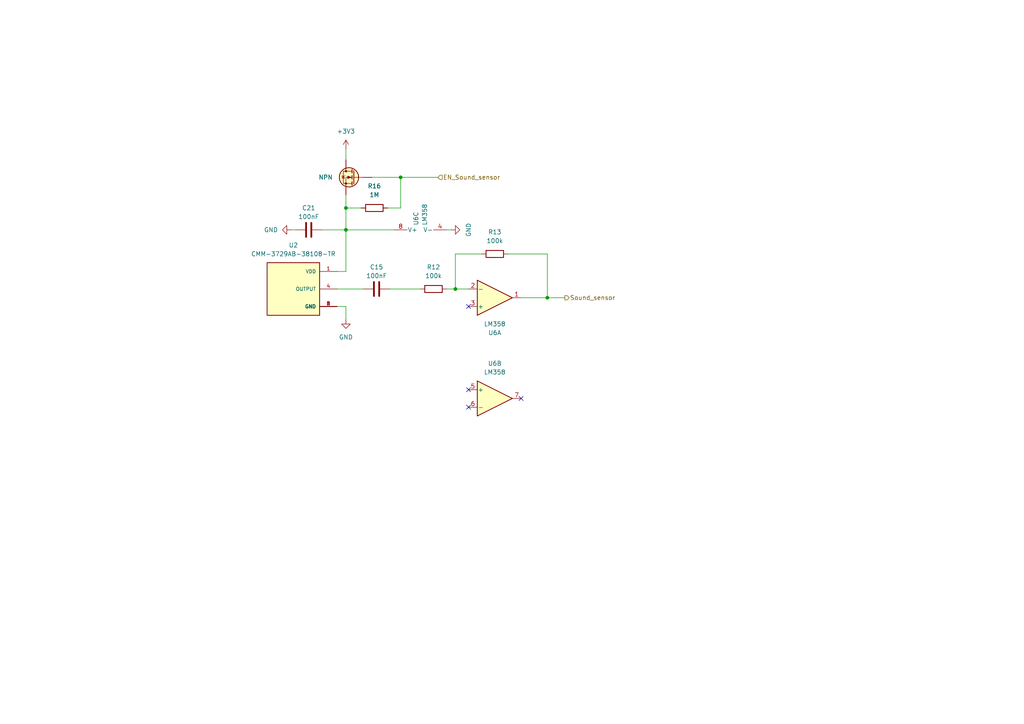
<source format=kicad_sch>
(kicad_sch
	(version 20231120)
	(generator "eeschema")
	(generator_version "8.0")
	(uuid "06905224-c229-4751-aee6-362989d3d1a3")
	(paper "A4")
	(lib_symbols
		(symbol "Amplifier_Operational:LM358"
			(pin_names
				(offset 0.127)
			)
			(exclude_from_sim no)
			(in_bom yes)
			(on_board yes)
			(property "Reference" "U"
				(at 0 5.08 0)
				(effects
					(font
						(size 1.27 1.27)
					)
					(justify left)
				)
			)
			(property "Value" "LM358"
				(at 0 -5.08 0)
				(effects
					(font
						(size 1.27 1.27)
					)
					(justify left)
				)
			)
			(property "Footprint" ""
				(at 0 0 0)
				(effects
					(font
						(size 1.27 1.27)
					)
					(hide yes)
				)
			)
			(property "Datasheet" "http://www.ti.com/lit/ds/symlink/lm2904-n.pdf"
				(at 0 0 0)
				(effects
					(font
						(size 1.27 1.27)
					)
					(hide yes)
				)
			)
			(property "Description" "Low-Power, Dual Operational Amplifiers, DIP-8/SOIC-8/TO-99-8"
				(at 0 0 0)
				(effects
					(font
						(size 1.27 1.27)
					)
					(hide yes)
				)
			)
			(property "ki_locked" ""
				(at 0 0 0)
				(effects
					(font
						(size 1.27 1.27)
					)
				)
			)
			(property "ki_keywords" "dual opamp"
				(at 0 0 0)
				(effects
					(font
						(size 1.27 1.27)
					)
					(hide yes)
				)
			)
			(property "ki_fp_filters" "SOIC*3.9x4.9mm*P1.27mm* DIP*W7.62mm* TO*99* OnSemi*Micro8* TSSOP*3x3mm*P0.65mm* TSSOP*4.4x3mm*P0.65mm* MSOP*3x3mm*P0.65mm* SSOP*3.9x4.9mm*P0.635mm* LFCSP*2x2mm*P0.5mm* *SIP* SOIC*5.3x6.2mm*P1.27mm*"
				(at 0 0 0)
				(effects
					(font
						(size 1.27 1.27)
					)
					(hide yes)
				)
			)
			(symbol "LM358_1_1"
				(polyline
					(pts
						(xy -5.08 5.08) (xy 5.08 0) (xy -5.08 -5.08) (xy -5.08 5.08)
					)
					(stroke
						(width 0.254)
						(type default)
					)
					(fill
						(type background)
					)
				)
				(pin output line
					(at 7.62 0 180)
					(length 2.54)
					(name "~"
						(effects
							(font
								(size 1.27 1.27)
							)
						)
					)
					(number "1"
						(effects
							(font
								(size 1.27 1.27)
							)
						)
					)
				)
				(pin input line
					(at -7.62 -2.54 0)
					(length 2.54)
					(name "-"
						(effects
							(font
								(size 1.27 1.27)
							)
						)
					)
					(number "2"
						(effects
							(font
								(size 1.27 1.27)
							)
						)
					)
				)
				(pin input line
					(at -7.62 2.54 0)
					(length 2.54)
					(name "+"
						(effects
							(font
								(size 1.27 1.27)
							)
						)
					)
					(number "3"
						(effects
							(font
								(size 1.27 1.27)
							)
						)
					)
				)
			)
			(symbol "LM358_2_1"
				(polyline
					(pts
						(xy -5.08 5.08) (xy 5.08 0) (xy -5.08 -5.08) (xy -5.08 5.08)
					)
					(stroke
						(width 0.254)
						(type default)
					)
					(fill
						(type background)
					)
				)
				(pin input line
					(at -7.62 2.54 0)
					(length 2.54)
					(name "+"
						(effects
							(font
								(size 1.27 1.27)
							)
						)
					)
					(number "5"
						(effects
							(font
								(size 1.27 1.27)
							)
						)
					)
				)
				(pin input line
					(at -7.62 -2.54 0)
					(length 2.54)
					(name "-"
						(effects
							(font
								(size 1.27 1.27)
							)
						)
					)
					(number "6"
						(effects
							(font
								(size 1.27 1.27)
							)
						)
					)
				)
				(pin output line
					(at 7.62 0 180)
					(length 2.54)
					(name "~"
						(effects
							(font
								(size 1.27 1.27)
							)
						)
					)
					(number "7"
						(effects
							(font
								(size 1.27 1.27)
							)
						)
					)
				)
			)
			(symbol "LM358_3_1"
				(pin power_in line
					(at -2.54 -7.62 90)
					(length 3.81)
					(name "V-"
						(effects
							(font
								(size 1.27 1.27)
							)
						)
					)
					(number "4"
						(effects
							(font
								(size 1.27 1.27)
							)
						)
					)
				)
				(pin power_in line
					(at -2.54 7.62 270)
					(length 3.81)
					(name "V+"
						(effects
							(font
								(size 1.27 1.27)
							)
						)
					)
					(number "8"
						(effects
							(font
								(size 1.27 1.27)
							)
						)
					)
				)
			)
		)
		(symbol "Device:C"
			(pin_numbers hide)
			(pin_names
				(offset 0.254)
			)
			(exclude_from_sim no)
			(in_bom yes)
			(on_board yes)
			(property "Reference" "C"
				(at 0.635 2.54 0)
				(effects
					(font
						(size 1.27 1.27)
					)
					(justify left)
				)
			)
			(property "Value" "C"
				(at 0.635 -2.54 0)
				(effects
					(font
						(size 1.27 1.27)
					)
					(justify left)
				)
			)
			(property "Footprint" ""
				(at 0.9652 -3.81 0)
				(effects
					(font
						(size 1.27 1.27)
					)
					(hide yes)
				)
			)
			(property "Datasheet" "~"
				(at 0 0 0)
				(effects
					(font
						(size 1.27 1.27)
					)
					(hide yes)
				)
			)
			(property "Description" "Unpolarized capacitor"
				(at 0 0 0)
				(effects
					(font
						(size 1.27 1.27)
					)
					(hide yes)
				)
			)
			(property "ki_keywords" "cap capacitor"
				(at 0 0 0)
				(effects
					(font
						(size 1.27 1.27)
					)
					(hide yes)
				)
			)
			(property "ki_fp_filters" "C_*"
				(at 0 0 0)
				(effects
					(font
						(size 1.27 1.27)
					)
					(hide yes)
				)
			)
			(symbol "C_0_1"
				(polyline
					(pts
						(xy -2.032 -0.762) (xy 2.032 -0.762)
					)
					(stroke
						(width 0.508)
						(type default)
					)
					(fill
						(type none)
					)
				)
				(polyline
					(pts
						(xy -2.032 0.762) (xy 2.032 0.762)
					)
					(stroke
						(width 0.508)
						(type default)
					)
					(fill
						(type none)
					)
				)
			)
			(symbol "C_1_1"
				(pin passive line
					(at 0 3.81 270)
					(length 2.794)
					(name "~"
						(effects
							(font
								(size 1.27 1.27)
							)
						)
					)
					(number "1"
						(effects
							(font
								(size 1.27 1.27)
							)
						)
					)
				)
				(pin passive line
					(at 0 -3.81 90)
					(length 2.794)
					(name "~"
						(effects
							(font
								(size 1.27 1.27)
							)
						)
					)
					(number "2"
						(effects
							(font
								(size 1.27 1.27)
							)
						)
					)
				)
			)
		)
		(symbol "Device:R"
			(pin_numbers hide)
			(pin_names
				(offset 0)
			)
			(exclude_from_sim no)
			(in_bom yes)
			(on_board yes)
			(property "Reference" "R"
				(at 2.032 0 90)
				(effects
					(font
						(size 1.27 1.27)
					)
				)
			)
			(property "Value" "R"
				(at 0 0 90)
				(effects
					(font
						(size 1.27 1.27)
					)
				)
			)
			(property "Footprint" ""
				(at -1.778 0 90)
				(effects
					(font
						(size 1.27 1.27)
					)
					(hide yes)
				)
			)
			(property "Datasheet" "~"
				(at 0 0 0)
				(effects
					(font
						(size 1.27 1.27)
					)
					(hide yes)
				)
			)
			(property "Description" "Resistor"
				(at 0 0 0)
				(effects
					(font
						(size 1.27 1.27)
					)
					(hide yes)
				)
			)
			(property "ki_keywords" "R res resistor"
				(at 0 0 0)
				(effects
					(font
						(size 1.27 1.27)
					)
					(hide yes)
				)
			)
			(property "ki_fp_filters" "R_*"
				(at 0 0 0)
				(effects
					(font
						(size 1.27 1.27)
					)
					(hide yes)
				)
			)
			(symbol "R_0_1"
				(rectangle
					(start -1.016 -2.54)
					(end 1.016 2.54)
					(stroke
						(width 0.254)
						(type default)
					)
					(fill
						(type none)
					)
				)
			)
			(symbol "R_1_1"
				(pin passive line
					(at 0 3.81 270)
					(length 1.27)
					(name "~"
						(effects
							(font
								(size 1.27 1.27)
							)
						)
					)
					(number "1"
						(effects
							(font
								(size 1.27 1.27)
							)
						)
					)
				)
				(pin passive line
					(at 0 -3.81 90)
					(length 1.27)
					(name "~"
						(effects
							(font
								(size 1.27 1.27)
							)
						)
					)
					(number "2"
						(effects
							(font
								(size 1.27 1.27)
							)
						)
					)
				)
			)
		)
		(symbol "DienLIB:CMM-3729AB-38108-TR"
			(pin_names
				(offset 1.016)
			)
			(exclude_from_sim no)
			(in_bom yes)
			(on_board yes)
			(property "Reference" "U"
				(at -7.62 7.62 0)
				(effects
					(font
						(size 1.27 1.27)
					)
					(justify left bottom)
				)
			)
			(property "Value" "CMM-3729AB-38108-TR"
				(at -7.62 -10.16 0)
				(effects
					(font
						(size 1.27 1.27)
					)
					(justify left bottom)
				)
			)
			(property "Footprint" "DienLIB:MIC_CMM-3729AB-38108-TR"
				(at 0 0 0)
				(effects
					(font
						(size 1.27 1.27)
					)
					(justify bottom)
					(hide yes)
				)
			)
			(property "Datasheet" ""
				(at 0 0 0)
				(effects
					(font
						(size 1.27 1.27)
					)
					(hide yes)
				)
			)
			(property "Description" ""
				(at 0 0 0)
				(effects
					(font
						(size 1.27 1.27)
					)
					(hide yes)
				)
			)
			(symbol "CMM-3729AB-38108-TR_0_0"
				(rectangle
					(start -7.62 -7.62)
					(end 7.62 7.62)
					(stroke
						(width 0.254)
						(type default)
					)
					(fill
						(type background)
					)
				)
				(pin power_in line
					(at 12.7 5.08 180)
					(length 5.08)
					(name "VDD"
						(effects
							(font
								(size 1.016 1.016)
							)
						)
					)
					(number "1"
						(effects
							(font
								(size 1.016 1.016)
							)
						)
					)
				)
				(pin power_in line
					(at 12.7 -5.08 180)
					(length 5.08)
					(name "GND"
						(effects
							(font
								(size 1.016 1.016)
							)
						)
					)
					(number "2"
						(effects
							(font
								(size 1.016 1.016)
							)
						)
					)
				)
				(pin power_in line
					(at 12.7 -5.08 180)
					(length 5.08)
					(name "GND"
						(effects
							(font
								(size 1.016 1.016)
							)
						)
					)
					(number "3"
						(effects
							(font
								(size 1.016 1.016)
							)
						)
					)
				)
				(pin output line
					(at 12.7 0 180)
					(length 5.08)
					(name "OUTPUT"
						(effects
							(font
								(size 1.016 1.016)
							)
						)
					)
					(number "4"
						(effects
							(font
								(size 1.016 1.016)
							)
						)
					)
				)
				(pin power_in line
					(at 12.7 -5.08 180)
					(length 5.08)
					(name "GND"
						(effects
							(font
								(size 1.016 1.016)
							)
						)
					)
					(number "5"
						(effects
							(font
								(size 1.016 1.016)
							)
						)
					)
				)
				(pin power_in line
					(at 12.7 -5.08 180)
					(length 5.08)
					(name "GND"
						(effects
							(font
								(size 1.016 1.016)
							)
						)
					)
					(number "6"
						(effects
							(font
								(size 1.016 1.016)
							)
						)
					)
				)
			)
		)
		(symbol "IVS_SYMBOLS:N_Mosfet"
			(pin_numbers hide)
			(pin_names hide)
			(exclude_from_sim no)
			(in_bom yes)
			(on_board yes)
			(property "Reference" "Q"
				(at 2.794 1.2192 0)
				(effects
					(font
						(size 1.27 1.27)
					)
				)
			)
			(property "Value" "N_Mosfet"
				(at 1.27 -13.97 0)
				(effects
					(font
						(size 1.27 1.27)
					)
					(hide yes)
				)
			)
			(property "Footprint" "IVS_FOOTPRINTS:SOT23-3"
				(at -1.27 -20.32 0)
				(effects
					(font
						(size 1.27 1.27)
					)
					(hide yes)
				)
			)
			(property "Datasheet" "https://www.onsemi.com/pub/Collateral/BSS138-D.PDF"
				(at 3.81 -22.86 0)
				(effects
					(font
						(size 1.27 1.27)
					)
					(hide yes)
				)
			)
			(property "Description" ""
				(at 0 0 0)
				(effects
					(font
						(size 1.27 1.27)
					)
					(hide yes)
				)
			)
			(property "ki_fp_filters" "IVS_FOOTPRINTS:SOT23-3"
				(at 0 0 0)
				(effects
					(font
						(size 1.27 1.27)
					)
					(hide yes)
				)
			)
			(symbol "N_Mosfet_0_1"
				(circle
					(center -0.889 0)
					(radius 2.794)
					(stroke
						(width 0.254)
						(type default)
					)
					(fill
						(type background)
					)
				)
				(circle
					(center 0 -1.778)
					(radius 0.254)
					(stroke
						(width 0)
						(type default)
					)
					(fill
						(type outline)
					)
				)
				(polyline
					(pts
						(xy -2.286 0) (xy -5.08 0)
					)
					(stroke
						(width 0)
						(type default)
					)
					(fill
						(type none)
					)
				)
				(polyline
					(pts
						(xy -2.286 1.905) (xy -2.286 -1.905)
					)
					(stroke
						(width 0.254)
						(type default)
					)
					(fill
						(type none)
					)
				)
				(polyline
					(pts
						(xy -1.778 -1.27) (xy -1.778 -2.286)
					)
					(stroke
						(width 0.254)
						(type default)
					)
					(fill
						(type none)
					)
				)
				(polyline
					(pts
						(xy -1.778 0.508) (xy -1.778 -0.508)
					)
					(stroke
						(width 0.254)
						(type default)
					)
					(fill
						(type none)
					)
				)
				(polyline
					(pts
						(xy -1.778 2.286) (xy -1.778 1.27)
					)
					(stroke
						(width 0.254)
						(type default)
					)
					(fill
						(type none)
					)
				)
				(polyline
					(pts
						(xy 0 2.54) (xy 0 1.778)
					)
					(stroke
						(width 0)
						(type default)
					)
					(fill
						(type none)
					)
				)
				(polyline
					(pts
						(xy 0 -2.54) (xy 0 0) (xy -1.778 0)
					)
					(stroke
						(width 0)
						(type default)
					)
					(fill
						(type none)
					)
				)
				(polyline
					(pts
						(xy -1.778 -1.778) (xy 0.762 -1.778) (xy 0.762 1.778) (xy -1.778 1.778)
					)
					(stroke
						(width 0)
						(type default)
					)
					(fill
						(type none)
					)
				)
				(polyline
					(pts
						(xy -1.524 0) (xy -0.508 0.381) (xy -0.508 -0.381) (xy -1.524 0)
					)
					(stroke
						(width 0)
						(type default)
					)
					(fill
						(type outline)
					)
				)
				(polyline
					(pts
						(xy 0.254 0.508) (xy 0.381 0.381) (xy 1.143 0.381) (xy 1.27 0.254)
					)
					(stroke
						(width 0)
						(type default)
					)
					(fill
						(type none)
					)
				)
				(polyline
					(pts
						(xy 0.762 0.381) (xy 0.381 -0.254) (xy 1.143 -0.254) (xy 0.762 0.381)
					)
					(stroke
						(width 0)
						(type default)
					)
					(fill
						(type none)
					)
				)
				(circle
					(center 0 1.778)
					(radius 0.254)
					(stroke
						(width 0)
						(type default)
					)
					(fill
						(type outline)
					)
				)
			)
			(symbol "N_Mosfet_1_1"
				(pin input line
					(at -7.62 0 0)
					(length 2.54)
					(name "G"
						(effects
							(font
								(size 1.27 1.27)
							)
						)
					)
					(number "1"
						(effects
							(font
								(size 1.27 1.27)
							)
						)
					)
				)
				(pin passive line
					(at 0 -5.08 90)
					(length 2.54)
					(name "S"
						(effects
							(font
								(size 1.27 1.27)
							)
						)
					)
					(number "2"
						(effects
							(font
								(size 1.27 1.27)
							)
						)
					)
				)
				(pin passive line
					(at 0 5.08 270)
					(length 2.54)
					(name "D"
						(effects
							(font
								(size 1.27 1.27)
							)
						)
					)
					(number "3"
						(effects
							(font
								(size 1.27 1.27)
							)
						)
					)
				)
			)
		)
		(symbol "power:+3V3"
			(power)
			(pin_names
				(offset 0)
			)
			(exclude_from_sim no)
			(in_bom yes)
			(on_board yes)
			(property "Reference" "#PWR"
				(at 0 -3.81 0)
				(effects
					(font
						(size 1.27 1.27)
					)
					(hide yes)
				)
			)
			(property "Value" "+3V3"
				(at 0 3.556 0)
				(effects
					(font
						(size 1.27 1.27)
					)
				)
			)
			(property "Footprint" ""
				(at 0 0 0)
				(effects
					(font
						(size 1.27 1.27)
					)
					(hide yes)
				)
			)
			(property "Datasheet" ""
				(at 0 0 0)
				(effects
					(font
						(size 1.27 1.27)
					)
					(hide yes)
				)
			)
			(property "Description" "Power symbol creates a global label with name \"+3V3\""
				(at 0 0 0)
				(effects
					(font
						(size 1.27 1.27)
					)
					(hide yes)
				)
			)
			(property "ki_keywords" "global power"
				(at 0 0 0)
				(effects
					(font
						(size 1.27 1.27)
					)
					(hide yes)
				)
			)
			(symbol "+3V3_0_1"
				(polyline
					(pts
						(xy -0.762 1.27) (xy 0 2.54)
					)
					(stroke
						(width 0)
						(type default)
					)
					(fill
						(type none)
					)
				)
				(polyline
					(pts
						(xy 0 0) (xy 0 2.54)
					)
					(stroke
						(width 0)
						(type default)
					)
					(fill
						(type none)
					)
				)
				(polyline
					(pts
						(xy 0 2.54) (xy 0.762 1.27)
					)
					(stroke
						(width 0)
						(type default)
					)
					(fill
						(type none)
					)
				)
			)
			(symbol "+3V3_1_1"
				(pin power_in line
					(at 0 0 90)
					(length 0) hide
					(name "+3V3"
						(effects
							(font
								(size 1.27 1.27)
							)
						)
					)
					(number "1"
						(effects
							(font
								(size 1.27 1.27)
							)
						)
					)
				)
			)
		)
		(symbol "power:GND"
			(power)
			(pin_names
				(offset 0)
			)
			(exclude_from_sim no)
			(in_bom yes)
			(on_board yes)
			(property "Reference" "#PWR"
				(at 0 -6.35 0)
				(effects
					(font
						(size 1.27 1.27)
					)
					(hide yes)
				)
			)
			(property "Value" "GND"
				(at 0 -3.81 0)
				(effects
					(font
						(size 1.27 1.27)
					)
				)
			)
			(property "Footprint" ""
				(at 0 0 0)
				(effects
					(font
						(size 1.27 1.27)
					)
					(hide yes)
				)
			)
			(property "Datasheet" ""
				(at 0 0 0)
				(effects
					(font
						(size 1.27 1.27)
					)
					(hide yes)
				)
			)
			(property "Description" "Power symbol creates a global label with name \"GND\" , ground"
				(at 0 0 0)
				(effects
					(font
						(size 1.27 1.27)
					)
					(hide yes)
				)
			)
			(property "ki_keywords" "global power"
				(at 0 0 0)
				(effects
					(font
						(size 1.27 1.27)
					)
					(hide yes)
				)
			)
			(symbol "GND_0_1"
				(polyline
					(pts
						(xy 0 0) (xy 0 -1.27) (xy 1.27 -1.27) (xy 0 -2.54) (xy -1.27 -1.27) (xy 0 -1.27)
					)
					(stroke
						(width 0)
						(type default)
					)
					(fill
						(type none)
					)
				)
			)
			(symbol "GND_1_1"
				(pin power_in line
					(at 0 0 270)
					(length 0) hide
					(name "GND"
						(effects
							(font
								(size 1.27 1.27)
							)
						)
					)
					(number "1"
						(effects
							(font
								(size 1.27 1.27)
							)
						)
					)
				)
			)
		)
	)
	(junction
		(at 116.205 51.435)
		(diameter 0)
		(color 0 0 0 0)
		(uuid "0bd13d08-0493-4ee8-96f5-6b305dfbe9c7")
	)
	(junction
		(at 132.08 83.82)
		(diameter 0)
		(color 0 0 0 0)
		(uuid "1c6a8bc1-62d0-4450-9c63-547c143d2466")
	)
	(junction
		(at 100.33 60.325)
		(diameter 0)
		(color 0 0 0 0)
		(uuid "93510ee4-3b80-481d-9326-5025764dd010")
	)
	(junction
		(at 100.33 66.675)
		(diameter 0)
		(color 0 0 0 0)
		(uuid "bf511efb-c9e3-4ce4-a4b8-8be0c048b71d")
	)
	(junction
		(at 158.75 86.36)
		(diameter 0)
		(color 0 0 0 0)
		(uuid "ee86d547-473a-4491-9380-f3ccd14e6421")
	)
	(no_connect
		(at 135.89 113.03)
		(uuid "13c4b645-8c73-488d-9229-315425ef922a")
	)
	(no_connect
		(at 151.13 115.57)
		(uuid "154abf37-6b96-4ffe-8ebb-7a9106aea091")
	)
	(no_connect
		(at 135.89 88.9)
		(uuid "a6b546db-f34e-486b-9eb5-0e2c85871701")
	)
	(no_connect
		(at 135.89 118.11)
		(uuid "a7d6066b-35d6-4227-91ce-b47dc180a9a2")
	)
	(wire
		(pts
			(xy 84.455 66.675) (xy 85.725 66.675)
		)
		(stroke
			(width 0)
			(type default)
		)
		(uuid "17e0addb-c48b-4f00-a798-c8095ae87b64")
	)
	(wire
		(pts
			(xy 100.33 66.675) (xy 100.33 78.74)
		)
		(stroke
			(width 0)
			(type default)
		)
		(uuid "1985da16-f5aa-4646-8ebe-6977dca5a431")
	)
	(wire
		(pts
			(xy 100.33 56.515) (xy 100.33 60.325)
		)
		(stroke
			(width 0)
			(type default)
		)
		(uuid "22e072a0-ad8f-4e51-b79b-5351ffd1c064")
	)
	(wire
		(pts
			(xy 158.75 73.66) (xy 158.75 86.36)
		)
		(stroke
			(width 0)
			(type default)
		)
		(uuid "24c65af9-3842-4bf5-ad2b-eeb2c7c86783")
	)
	(wire
		(pts
			(xy 113.03 83.82) (xy 121.92 83.82)
		)
		(stroke
			(width 0)
			(type default)
		)
		(uuid "254b44d2-7661-4f8f-b60d-afcbd9426825")
	)
	(wire
		(pts
			(xy 107.95 51.435) (xy 116.205 51.435)
		)
		(stroke
			(width 0)
			(type default)
		)
		(uuid "3256c570-51dc-4097-9296-4e974d4f6dab")
	)
	(wire
		(pts
			(xy 158.75 86.36) (xy 151.13 86.36)
		)
		(stroke
			(width 0)
			(type default)
		)
		(uuid "3d921ab0-69d9-4267-a3e0-88dd696e40b2")
	)
	(wire
		(pts
			(xy 97.79 83.82) (xy 105.41 83.82)
		)
		(stroke
			(width 0)
			(type default)
		)
		(uuid "5ba8583e-c0de-4338-967b-f23076f1dacd")
	)
	(wire
		(pts
			(xy 100.33 60.325) (xy 104.775 60.325)
		)
		(stroke
			(width 0)
			(type default)
		)
		(uuid "5dc741bb-7333-46f9-846e-99336f34fbf3")
	)
	(wire
		(pts
			(xy 100.33 88.9) (xy 97.79 88.9)
		)
		(stroke
			(width 0)
			(type default)
		)
		(uuid "669f0dd0-f211-448b-8951-5f2104935b89")
	)
	(wire
		(pts
			(xy 116.205 60.325) (xy 112.395 60.325)
		)
		(stroke
			(width 0)
			(type default)
		)
		(uuid "7bf4d993-0a9d-423b-9d6d-ecfe5c274f47")
	)
	(wire
		(pts
			(xy 147.32 73.66) (xy 158.75 73.66)
		)
		(stroke
			(width 0)
			(type default)
		)
		(uuid "85a1a032-bfc7-4318-addb-d1573fa8c14d")
	)
	(wire
		(pts
			(xy 97.79 78.74) (xy 100.33 78.74)
		)
		(stroke
			(width 0)
			(type default)
		)
		(uuid "88667b07-59d3-4338-9aee-54156eb6cf94")
	)
	(wire
		(pts
			(xy 132.08 73.66) (xy 132.08 83.82)
		)
		(stroke
			(width 0)
			(type default)
		)
		(uuid "931f162c-639f-4cff-a3c1-e0ad3a461e98")
	)
	(wire
		(pts
			(xy 100.33 92.71) (xy 100.33 88.9)
		)
		(stroke
			(width 0)
			(type default)
		)
		(uuid "aebb843d-b2d1-4fc6-830c-a148e4db4ce1")
	)
	(wire
		(pts
			(xy 100.33 60.325) (xy 100.33 66.675)
		)
		(stroke
			(width 0)
			(type default)
		)
		(uuid "b855c244-750e-4194-96ba-ed694eb9c932")
	)
	(wire
		(pts
			(xy 100.33 43.18) (xy 100.33 46.355)
		)
		(stroke
			(width 0)
			(type default)
		)
		(uuid "bdfec567-9d4a-4f58-80a8-45cb32f4c2b9")
	)
	(wire
		(pts
			(xy 129.54 83.82) (xy 132.08 83.82)
		)
		(stroke
			(width 0)
			(type default)
		)
		(uuid "c0f9dc66-9a4f-472a-9d05-a088f319790b")
	)
	(wire
		(pts
			(xy 129.54 66.675) (xy 130.81 66.675)
		)
		(stroke
			(width 0)
			(type default)
		)
		(uuid "c4dd8a20-5c00-4c57-bd5b-5b21c017672a")
	)
	(wire
		(pts
			(xy 116.205 51.435) (xy 116.205 60.325)
		)
		(stroke
			(width 0)
			(type default)
		)
		(uuid "c4ed686e-6793-49bf-a7e8-92a2c468cf73")
	)
	(wire
		(pts
			(xy 93.345 66.675) (xy 100.33 66.675)
		)
		(stroke
			(width 0)
			(type default)
		)
		(uuid "dbf98e15-9131-45bb-be2f-e1c48e30eb49")
	)
	(wire
		(pts
			(xy 132.08 83.82) (xy 135.89 83.82)
		)
		(stroke
			(width 0)
			(type default)
		)
		(uuid "dd62dbf8-d1df-4abb-b235-4cf429b49b12")
	)
	(wire
		(pts
			(xy 116.205 51.435) (xy 127 51.435)
		)
		(stroke
			(width 0)
			(type default)
		)
		(uuid "e92df129-9ce8-4570-b845-20d8c00002fc")
	)
	(wire
		(pts
			(xy 100.33 66.675) (xy 114.3 66.675)
		)
		(stroke
			(width 0)
			(type default)
		)
		(uuid "f103e398-dd39-4a5a-91da-b6e9d483a73e")
	)
	(wire
		(pts
			(xy 158.75 86.36) (xy 163.83 86.36)
		)
		(stroke
			(width 0)
			(type default)
		)
		(uuid "f74464f3-bca2-45ba-8dee-b3b2ad18dfa6")
	)
	(wire
		(pts
			(xy 139.7 73.66) (xy 132.08 73.66)
		)
		(stroke
			(width 0)
			(type default)
		)
		(uuid "f9998a73-fff5-4902-aca6-f008bd8c2f00")
	)
	(hierarchical_label "EN_Sound_sensor"
		(shape input)
		(at 127 51.435 0)
		(fields_autoplaced yes)
		(effects
			(font
				(size 1.27 1.27)
			)
			(justify left)
		)
		(uuid "76cf47f3-f594-42b8-a449-38860f47231d")
	)
	(hierarchical_label "Sound_sensor"
		(shape output)
		(at 163.83 86.36 0)
		(fields_autoplaced yes)
		(effects
			(font
				(size 1.27 1.27)
			)
			(justify left)
		)
		(uuid "ce9b6eee-c9e7-43a5-8547-e5d2daa025a2")
	)
	(symbol
		(lib_id "Device:R")
		(at 143.51 73.66 90)
		(unit 1)
		(exclude_from_sim no)
		(in_bom yes)
		(on_board yes)
		(dnp no)
		(fields_autoplaced yes)
		(uuid "01d8400b-7ef2-49e6-a6dc-691881975dc7")
		(property "Reference" "R13"
			(at 143.51 67.31 90)
			(effects
				(font
					(size 1.27 1.27)
				)
			)
		)
		(property "Value" "100k"
			(at 143.51 69.85 90)
			(effects
				(font
					(size 1.27 1.27)
				)
			)
		)
		(property "Footprint" "DienLIB:R_0603"
			(at 143.51 75.438 90)
			(effects
				(font
					(size 1.27 1.27)
				)
				(hide yes)
			)
		)
		(property "Datasheet" "~"
			(at 143.51 73.66 0)
			(effects
				(font
					(size 1.27 1.27)
				)
				(hide yes)
			)
		)
		(property "Description" ""
			(at 143.51 73.66 0)
			(effects
				(font
					(size 1.27 1.27)
				)
				(hide yes)
			)
		)
		(pin "1"
			(uuid "f0e40a27-ec75-406d-a034-45acae193a12")
		)
		(pin "2"
			(uuid "0c80eaa2-ab23-40b2-8f3e-401cc668aa46")
		)
		(instances
			(project "Light-Sound-Sensor"
				(path "/c4fae0b4-107a-4e14-bdc8-24cbf64cf056/fc3d623e-dd26-4af3-bd30-fdcdc65e6f53"
					(reference "R13")
					(unit 1)
				)
			)
		)
	)
	(symbol
		(lib_id "Amplifier_Operational:LM358")
		(at 121.92 64.135 90)
		(unit 3)
		(exclude_from_sim no)
		(in_bom yes)
		(on_board yes)
		(dnp no)
		(fields_autoplaced yes)
		(uuid "2761046f-646f-4fad-a29e-c562aa4e483b")
		(property "Reference" "U6"
			(at 120.65 65.405 0)
			(effects
				(font
					(size 1.27 1.27)
				)
				(justify left)
			)
		)
		(property "Value" "LM358"
			(at 123.19 65.405 0)
			(effects
				(font
					(size 1.27 1.27)
				)
				(justify left)
			)
		)
		(property "Footprint" ""
			(at 121.92 64.135 0)
			(effects
				(font
					(size 1.27 1.27)
				)
				(hide yes)
			)
		)
		(property "Datasheet" "http://www.ti.com/lit/ds/symlink/lm2904-n.pdf"
			(at 121.92 64.135 0)
			(effects
				(font
					(size 1.27 1.27)
				)
				(hide yes)
			)
		)
		(property "Description" ""
			(at 121.92 64.135 0)
			(effects
				(font
					(size 1.27 1.27)
				)
				(hide yes)
			)
		)
		(pin "5"
			(uuid "1280220a-6544-4949-9813-304dad9257d5")
		)
		(pin "6"
			(uuid "8faad1fb-7a35-4f60-9504-a6d002f3fb65")
		)
		(pin "3"
			(uuid "e472fa8e-2e8c-465e-a21b-444659623ad9")
		)
		(pin "1"
			(uuid "ab6b258b-45a8-4187-a6c6-e20cf44432f6")
		)
		(pin "7"
			(uuid "9756c1cb-89db-4e3a-93a1-f985891c1f3c")
		)
		(pin "8"
			(uuid "cc25d494-0b41-4bb7-b263-581fdb3fe1a1")
		)
		(pin "2"
			(uuid "775fcf4b-64da-4782-b3fc-655a1bee7928")
		)
		(pin "4"
			(uuid "adb4184b-f42f-4e19-85af-c728fdaa8e66")
		)
		(instances
			(project "Light-Sound-Sensor"
				(path "/c4fae0b4-107a-4e14-bdc8-24cbf64cf056/fc3d623e-dd26-4af3-bd30-fdcdc65e6f53"
					(reference "U6")
					(unit 3)
				)
			)
		)
	)
	(symbol
		(lib_id "Device:R")
		(at 108.585 60.325 90)
		(unit 1)
		(exclude_from_sim no)
		(in_bom yes)
		(on_board yes)
		(dnp no)
		(fields_autoplaced yes)
		(uuid "27f9fd44-b31a-46ef-9239-dbbfde9ace00")
		(property "Reference" "R16"
			(at 108.585 53.975 90)
			(effects
				(font
					(size 1.27 1.27)
				)
			)
		)
		(property "Value" "1M"
			(at 108.585 56.515 90)
			(effects
				(font
					(size 1.27 1.27)
				)
			)
		)
		(property "Footprint" "DienLIB:R_0603"
			(at 108.585 62.103 90)
			(effects
				(font
					(size 1.27 1.27)
				)
				(hide yes)
			)
		)
		(property "Datasheet" "~"
			(at 108.585 60.325 0)
			(effects
				(font
					(size 1.27 1.27)
				)
				(hide yes)
			)
		)
		(property "Description" ""
			(at 108.585 60.325 0)
			(effects
				(font
					(size 1.27 1.27)
				)
				(hide yes)
			)
		)
		(pin "1"
			(uuid "5fe4c3de-0c47-4e71-ab0e-ef62e0b50ebe")
		)
		(pin "2"
			(uuid "d27c4dd0-129b-4c89-9e15-8ef6f5a6cc17")
		)
		(instances
			(project "Light-Sound-Sensor"
				(path "/c4fae0b4-107a-4e14-bdc8-24cbf64cf056/fc3d623e-dd26-4af3-bd30-fdcdc65e6f53"
					(reference "R16")
					(unit 1)
				)
			)
		)
	)
	(symbol
		(lib_id "Device:C")
		(at 109.22 83.82 270)
		(unit 1)
		(exclude_from_sim no)
		(in_bom yes)
		(on_board yes)
		(dnp no)
		(uuid "2adf0ffb-abb4-460b-a44f-8278b2c91139")
		(property "Reference" "C15"
			(at 109.22 77.47 90)
			(effects
				(font
					(size 1.27 1.27)
				)
			)
		)
		(property "Value" "100nF"
			(at 109.22 80.01 90)
			(effects
				(font
					(size 1.27 1.27)
				)
			)
		)
		(property "Footprint" "DienLIB:C_0603"
			(at 105.41 84.7852 0)
			(effects
				(font
					(size 1.27 1.27)
				)
				(hide yes)
			)
		)
		(property "Datasheet" "~"
			(at 109.22 83.82 0)
			(effects
				(font
					(size 1.27 1.27)
				)
				(hide yes)
			)
		)
		(property "Description" ""
			(at 109.22 83.82 0)
			(effects
				(font
					(size 1.27 1.27)
				)
				(hide yes)
			)
		)
		(pin "2"
			(uuid "b5cc08d6-8a5e-48c1-83f7-48d21d9ef6b5")
		)
		(pin "1"
			(uuid "6553a6ea-0e0f-4624-ada7-8be69ee9c4f6")
		)
		(instances
			(project "Light-Sound-Sensor"
				(path "/c4fae0b4-107a-4e14-bdc8-24cbf64cf056/fc3d623e-dd26-4af3-bd30-fdcdc65e6f53"
					(reference "C15")
					(unit 1)
				)
			)
		)
	)
	(symbol
		(lib_id "IVS_SYMBOLS:N_Mosfet")
		(at 100.33 51.435 0)
		(mirror y)
		(unit 1)
		(exclude_from_sim no)
		(in_bom yes)
		(on_board yes)
		(dnp no)
		(fields_autoplaced yes)
		(uuid "2b2bfeff-eaf6-46c5-a6a6-a587798b1e68")
		(property "Reference" "NPN"
			(at 96.52 51.435 0)
			(effects
				(font
					(size 1.27 1.27)
				)
				(justify left)
			)
		)
		(property "Value" "N_Mosfet"
			(at 99.06 65.405 0)
			(effects
				(font
					(size 1.27 1.27)
				)
				(hide yes)
			)
		)
		(property "Footprint" "IVS_FOOTPRINTS:SOT23-3"
			(at 101.6 71.755 0)
			(effects
				(font
					(size 1.27 1.27)
				)
				(hide yes)
			)
		)
		(property "Datasheet" "https://www.onsemi.com/pub/Collateral/BSS138-D.PDF"
			(at 96.52 74.295 0)
			(effects
				(font
					(size 1.27 1.27)
				)
				(hide yes)
			)
		)
		(property "Description" ""
			(at 100.33 51.435 0)
			(effects
				(font
					(size 1.27 1.27)
				)
				(hide yes)
			)
		)
		(pin "2"
			(uuid "8bc107d5-809e-46c2-a1a9-ce84512ea777")
		)
		(pin "1"
			(uuid "83784307-542b-4406-9073-1e1c3c90fe2f")
		)
		(pin "3"
			(uuid "10dbfa88-202b-494d-abad-5056ae969247")
		)
		(instances
			(project "Light-Sound-Sensor"
				(path "/c4fae0b4-107a-4e14-bdc8-24cbf64cf056/fc3d623e-dd26-4af3-bd30-fdcdc65e6f53"
					(reference "NPN")
					(unit 1)
				)
			)
		)
	)
	(symbol
		(lib_id "Amplifier_Operational:LM358")
		(at 143.51 86.36 0)
		(mirror x)
		(unit 1)
		(exclude_from_sim no)
		(in_bom yes)
		(on_board yes)
		(dnp no)
		(uuid "2ce98fcd-9c13-48a0-b91b-cdeee4329f58")
		(property "Reference" "U6"
			(at 143.51 96.52 0)
			(effects
				(font
					(size 1.27 1.27)
				)
			)
		)
		(property "Value" "LM358"
			(at 143.51 93.98 0)
			(effects
				(font
					(size 1.27 1.27)
				)
			)
		)
		(property "Footprint" ""
			(at 143.51 86.36 0)
			(effects
				(font
					(size 1.27 1.27)
				)
				(hide yes)
			)
		)
		(property "Datasheet" "http://www.ti.com/lit/ds/symlink/lm2904-n.pdf"
			(at 143.51 86.36 0)
			(effects
				(font
					(size 1.27 1.27)
				)
				(hide yes)
			)
		)
		(property "Description" ""
			(at 143.51 86.36 0)
			(effects
				(font
					(size 1.27 1.27)
				)
				(hide yes)
			)
		)
		(pin "5"
			(uuid "1280220a-6544-4949-9813-304dad9257d6")
		)
		(pin "6"
			(uuid "8faad1fb-7a35-4f60-9504-a6d002f3fb66")
		)
		(pin "3"
			(uuid "e472fa8e-2e8c-465e-a21b-444659623ada")
		)
		(pin "1"
			(uuid "ab6b258b-45a8-4187-a6c6-e20cf44432f7")
		)
		(pin "7"
			(uuid "9756c1cb-89db-4e3a-93a1-f985891c1f3d")
		)
		(pin "8"
			(uuid "cc25d494-0b41-4bb7-b263-581fdb3fe1a2")
		)
		(pin "2"
			(uuid "775fcf4b-64da-4782-b3fc-655a1bee7929")
		)
		(pin "4"
			(uuid "adb4184b-f42f-4e19-85af-c728fdaa8e67")
		)
		(instances
			(project "Light-Sound-Sensor"
				(path "/c4fae0b4-107a-4e14-bdc8-24cbf64cf056/fc3d623e-dd26-4af3-bd30-fdcdc65e6f53"
					(reference "U6")
					(unit 1)
				)
			)
		)
	)
	(symbol
		(lib_id "Amplifier_Operational:LM358")
		(at 143.51 115.57 0)
		(unit 2)
		(exclude_from_sim no)
		(in_bom yes)
		(on_board yes)
		(dnp no)
		(fields_autoplaced yes)
		(uuid "3886f5ba-720c-4a81-a3f3-b4a71f5f7bfa")
		(property "Reference" "U6"
			(at 143.51 105.41 0)
			(effects
				(font
					(size 1.27 1.27)
				)
			)
		)
		(property "Value" "LM358"
			(at 143.51 107.95 0)
			(effects
				(font
					(size 1.27 1.27)
				)
			)
		)
		(property "Footprint" ""
			(at 143.51 115.57 0)
			(effects
				(font
					(size 1.27 1.27)
				)
				(hide yes)
			)
		)
		(property "Datasheet" "http://www.ti.com/lit/ds/symlink/lm2904-n.pdf"
			(at 143.51 115.57 0)
			(effects
				(font
					(size 1.27 1.27)
				)
				(hide yes)
			)
		)
		(property "Description" ""
			(at 143.51 115.57 0)
			(effects
				(font
					(size 1.27 1.27)
				)
				(hide yes)
			)
		)
		(pin "5"
			(uuid "1280220a-6544-4949-9813-304dad9257d7")
		)
		(pin "6"
			(uuid "8faad1fb-7a35-4f60-9504-a6d002f3fb67")
		)
		(pin "3"
			(uuid "e472fa8e-2e8c-465e-a21b-444659623adb")
		)
		(pin "1"
			(uuid "ab6b258b-45a8-4187-a6c6-e20cf44432f8")
		)
		(pin "7"
			(uuid "9756c1cb-89db-4e3a-93a1-f985891c1f3e")
		)
		(pin "8"
			(uuid "cc25d494-0b41-4bb7-b263-581fdb3fe1a3")
		)
		(pin "2"
			(uuid "775fcf4b-64da-4782-b3fc-655a1bee792a")
		)
		(pin "4"
			(uuid "adb4184b-f42f-4e19-85af-c728fdaa8e68")
		)
		(instances
			(project "Light-Sound-Sensor"
				(path "/c4fae0b4-107a-4e14-bdc8-24cbf64cf056/fc3d623e-dd26-4af3-bd30-fdcdc65e6f53"
					(reference "U6")
					(unit 2)
				)
			)
		)
	)
	(symbol
		(lib_id "Device:R")
		(at 125.73 83.82 90)
		(unit 1)
		(exclude_from_sim no)
		(in_bom yes)
		(on_board yes)
		(dnp no)
		(fields_autoplaced yes)
		(uuid "8ce8efcd-37c9-4f10-9832-be456e817f35")
		(property "Reference" "R12"
			(at 125.73 77.47 90)
			(effects
				(font
					(size 1.27 1.27)
				)
			)
		)
		(property "Value" "100k"
			(at 125.73 80.01 90)
			(effects
				(font
					(size 1.27 1.27)
				)
			)
		)
		(property "Footprint" "DienLIB:R_0603"
			(at 125.73 85.598 90)
			(effects
				(font
					(size 1.27 1.27)
				)
				(hide yes)
			)
		)
		(property "Datasheet" "~"
			(at 125.73 83.82 0)
			(effects
				(font
					(size 1.27 1.27)
				)
				(hide yes)
			)
		)
		(property "Description" ""
			(at 125.73 83.82 0)
			(effects
				(font
					(size 1.27 1.27)
				)
				(hide yes)
			)
		)
		(pin "1"
			(uuid "4b02b1b3-c969-44ed-aea6-24effbae5fcc")
		)
		(pin "2"
			(uuid "1fd50315-55c4-4684-8c43-0cbe6ce5d87e")
		)
		(instances
			(project "Light-Sound-Sensor"
				(path "/c4fae0b4-107a-4e14-bdc8-24cbf64cf056/fc3d623e-dd26-4af3-bd30-fdcdc65e6f53"
					(reference "R12")
					(unit 1)
				)
			)
		)
	)
	(symbol
		(lib_id "DienLIB:CMM-3729AB-38108-TR")
		(at 85.09 83.82 0)
		(unit 1)
		(exclude_from_sim no)
		(in_bom yes)
		(on_board yes)
		(dnp no)
		(fields_autoplaced yes)
		(uuid "b259009d-3ad7-468a-9d9f-2bad4edb4437")
		(property "Reference" "U2"
			(at 85.09 71.12 0)
			(effects
				(font
					(size 1.27 1.27)
				)
			)
		)
		(property "Value" "CMM-3729AB-38108-TR"
			(at 85.09 73.66 0)
			(effects
				(font
					(size 1.27 1.27)
				)
			)
		)
		(property "Footprint" "DienLIB:MIC_CMM-3729AB-38108-TR"
			(at 85.09 83.82 0)
			(effects
				(font
					(size 1.27 1.27)
				)
				(justify bottom)
				(hide yes)
			)
		)
		(property "Datasheet" ""
			(at 85.09 83.82 0)
			(effects
				(font
					(size 1.27 1.27)
				)
				(hide yes)
			)
		)
		(property "Description" ""
			(at 85.09 83.82 0)
			(effects
				(font
					(size 1.27 1.27)
				)
				(hide yes)
			)
		)
		(pin "2"
			(uuid "e6d2cd39-9613-448e-8e5d-84084108e3be")
		)
		(pin "4"
			(uuid "4df35d55-64f1-494b-937a-b68d47cb32c6")
		)
		(pin "1"
			(uuid "6bc17b88-c297-4d35-99c7-6a7858d145ed")
		)
		(pin "5"
			(uuid "053e1cb3-d134-4b06-80ec-f844fcd88f0a")
		)
		(pin "6"
			(uuid "57f016cf-15c2-4802-878a-3da325c3f446")
		)
		(pin "3"
			(uuid "20a93709-fe7e-499c-afa2-a7826eb0b214")
		)
		(instances
			(project "Light-Sound-Sensor"
				(path "/c4fae0b4-107a-4e14-bdc8-24cbf64cf056/fc3d623e-dd26-4af3-bd30-fdcdc65e6f53"
					(reference "U2")
					(unit 1)
				)
			)
		)
	)
	(symbol
		(lib_id "Device:C")
		(at 89.535 66.675 270)
		(unit 1)
		(exclude_from_sim no)
		(in_bom yes)
		(on_board yes)
		(dnp no)
		(uuid "c6da2ec4-e5f1-4531-89e0-6ba908d47dd8")
		(property "Reference" "C21"
			(at 89.535 60.325 90)
			(effects
				(font
					(size 1.27 1.27)
				)
			)
		)
		(property "Value" "100nF"
			(at 89.535 62.865 90)
			(effects
				(font
					(size 1.27 1.27)
				)
			)
		)
		(property "Footprint" "DienLIB:C_0603"
			(at 85.725 67.6402 0)
			(effects
				(font
					(size 1.27 1.27)
				)
				(hide yes)
			)
		)
		(property "Datasheet" "~"
			(at 89.535 66.675 0)
			(effects
				(font
					(size 1.27 1.27)
				)
				(hide yes)
			)
		)
		(property "Description" ""
			(at 89.535 66.675 0)
			(effects
				(font
					(size 1.27 1.27)
				)
				(hide yes)
			)
		)
		(pin "2"
			(uuid "b83be854-c30c-46af-a9da-df5549da1393")
		)
		(pin "1"
			(uuid "7a2d899e-8499-4f22-837b-0db286314823")
		)
		(instances
			(project "Light-Sound-Sensor"
				(path "/c4fae0b4-107a-4e14-bdc8-24cbf64cf056/fc3d623e-dd26-4af3-bd30-fdcdc65e6f53"
					(reference "C21")
					(unit 1)
				)
			)
		)
	)
	(symbol
		(lib_id "power:GND")
		(at 84.455 66.675 270)
		(unit 1)
		(exclude_from_sim no)
		(in_bom yes)
		(on_board yes)
		(dnp no)
		(fields_autoplaced yes)
		(uuid "d41452e2-5c9b-4362-9e05-a6b9d3a79163")
		(property "Reference" "#PWR050"
			(at 78.105 66.675 0)
			(effects
				(font
					(size 1.27 1.27)
				)
				(hide yes)
			)
		)
		(property "Value" "GND"
			(at 80.645 66.675 90)
			(effects
				(font
					(size 1.27 1.27)
				)
				(justify right)
			)
		)
		(property "Footprint" ""
			(at 84.455 66.675 0)
			(effects
				(font
					(size 1.27 1.27)
				)
				(hide yes)
			)
		)
		(property "Datasheet" ""
			(at 84.455 66.675 0)
			(effects
				(font
					(size 1.27 1.27)
				)
				(hide yes)
			)
		)
		(property "Description" ""
			(at 84.455 66.675 0)
			(effects
				(font
					(size 1.27 1.27)
				)
				(hide yes)
			)
		)
		(pin "1"
			(uuid "2fe65a49-172d-4bb0-a0da-e9db24786226")
		)
		(instances
			(project "Light-Sound-Sensor"
				(path "/c4fae0b4-107a-4e14-bdc8-24cbf64cf056/fc3d623e-dd26-4af3-bd30-fdcdc65e6f53"
					(reference "#PWR050")
					(unit 1)
				)
			)
		)
	)
	(symbol
		(lib_id "power:GND")
		(at 130.81 66.675 90)
		(unit 1)
		(exclude_from_sim no)
		(in_bom yes)
		(on_board yes)
		(dnp no)
		(fields_autoplaced yes)
		(uuid "f065e6e4-5600-4ab9-b02d-a9aacbb8b29d")
		(property "Reference" "#PWR033"
			(at 137.16 66.675 0)
			(effects
				(font
					(size 1.27 1.27)
				)
				(hide yes)
			)
		)
		(property "Value" "GND"
			(at 135.89 66.675 0)
			(effects
				(font
					(size 1.27 1.27)
				)
			)
		)
		(property "Footprint" ""
			(at 130.81 66.675 0)
			(effects
				(font
					(size 1.27 1.27)
				)
				(hide yes)
			)
		)
		(property "Datasheet" ""
			(at 130.81 66.675 0)
			(effects
				(font
					(size 1.27 1.27)
				)
				(hide yes)
			)
		)
		(property "Description" ""
			(at 130.81 66.675 0)
			(effects
				(font
					(size 1.27 1.27)
				)
				(hide yes)
			)
		)
		(pin "1"
			(uuid "0e35b919-1f74-4f0d-85e7-b0da87e9311a")
		)
		(instances
			(project "Light-Sound-Sensor"
				(path "/c4fae0b4-107a-4e14-bdc8-24cbf64cf056/fc3d623e-dd26-4af3-bd30-fdcdc65e6f53"
					(reference "#PWR033")
					(unit 1)
				)
			)
		)
	)
	(symbol
		(lib_id "power:GND")
		(at 100.33 92.71 0)
		(unit 1)
		(exclude_from_sim no)
		(in_bom yes)
		(on_board yes)
		(dnp no)
		(fields_autoplaced yes)
		(uuid "fb6c32d9-1de4-4368-81e7-7de6af3bd7cf")
		(property "Reference" "#PWR031"
			(at 100.33 99.06 0)
			(effects
				(font
					(size 1.27 1.27)
				)
				(hide yes)
			)
		)
		(property "Value" "GND"
			(at 100.33 97.79 0)
			(effects
				(font
					(size 1.27 1.27)
				)
			)
		)
		(property "Footprint" ""
			(at 100.33 92.71 0)
			(effects
				(font
					(size 1.27 1.27)
				)
				(hide yes)
			)
		)
		(property "Datasheet" ""
			(at 100.33 92.71 0)
			(effects
				(font
					(size 1.27 1.27)
				)
				(hide yes)
			)
		)
		(property "Description" ""
			(at 100.33 92.71 0)
			(effects
				(font
					(size 1.27 1.27)
				)
				(hide yes)
			)
		)
		(pin "1"
			(uuid "fac2adbc-e30e-4f2c-a625-1eb4054bcf01")
		)
		(instances
			(project "Light-Sound-Sensor"
				(path "/c4fae0b4-107a-4e14-bdc8-24cbf64cf056/fc3d623e-dd26-4af3-bd30-fdcdc65e6f53"
					(reference "#PWR031")
					(unit 1)
				)
			)
		)
	)
	(symbol
		(lib_id "power:+3V3")
		(at 100.33 43.18 0)
		(unit 1)
		(exclude_from_sim no)
		(in_bom yes)
		(on_board yes)
		(dnp no)
		(fields_autoplaced yes)
		(uuid "ffdefb69-2384-4b03-8a32-c0b7d01c52f2")
		(property "Reference" "#PWR030"
			(at 100.33 46.99 0)
			(effects
				(font
					(size 1.27 1.27)
				)
				(hide yes)
			)
		)
		(property "Value" "+3V3"
			(at 100.33 38.1 0)
			(effects
				(font
					(size 1.27 1.27)
				)
			)
		)
		(property "Footprint" ""
			(at 100.33 43.18 0)
			(effects
				(font
					(size 1.27 1.27)
				)
				(hide yes)
			)
		)
		(property "Datasheet" ""
			(at 100.33 43.18 0)
			(effects
				(font
					(size 1.27 1.27)
				)
				(hide yes)
			)
		)
		(property "Description" ""
			(at 100.33 43.18 0)
			(effects
				(font
					(size 1.27 1.27)
				)
				(hide yes)
			)
		)
		(pin "1"
			(uuid "4d19ec4f-b2fb-43a2-84c9-4ddfb8e09843")
		)
		(instances
			(project "Light-Sound-Sensor"
				(path "/c4fae0b4-107a-4e14-bdc8-24cbf64cf056/fc3d623e-dd26-4af3-bd30-fdcdc65e6f53"
					(reference "#PWR030")
					(unit 1)
				)
			)
		)
	)
)
</source>
